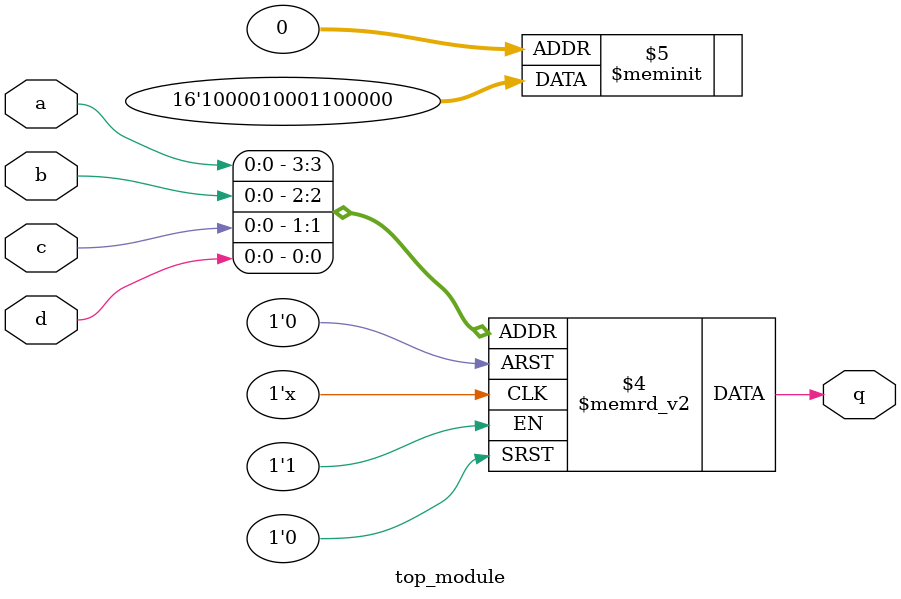
<source format=sv>
module top_module (
  input a, 
  input b, 
  input c, 
  input d,
  output reg q
);

  always @* begin
    case ({a, b, c, d})
      4'b0000 : q = 1'b0;  // Corrected the output values
      4'b0001 : q = 1'b0;
      4'b0010 : q = 1'b0;
      4'b0011 : q = 1'b0;
      4'b0100 : q = 1'b0;
      4'b0101 : q = 1'b1;
      4'b0110 : q = 1'b1;
      4'b0111 : q = 1'b0;  // Corrected output value
      4'b1000 : q = 1'b0;
      4'b1001 : q = 1'b0;
      4'b1010 : q = 1'b1;
      4'b1011 : q = 1'b0;  // Corrected output value
      4'b1100 : q = 1'b0;
      4'b1101 : q = 1'b0;
      4'b1110 : q = 1'b0;
      4'b1111 : q = 1'b1;
    endcase
  end

endmodule

</source>
